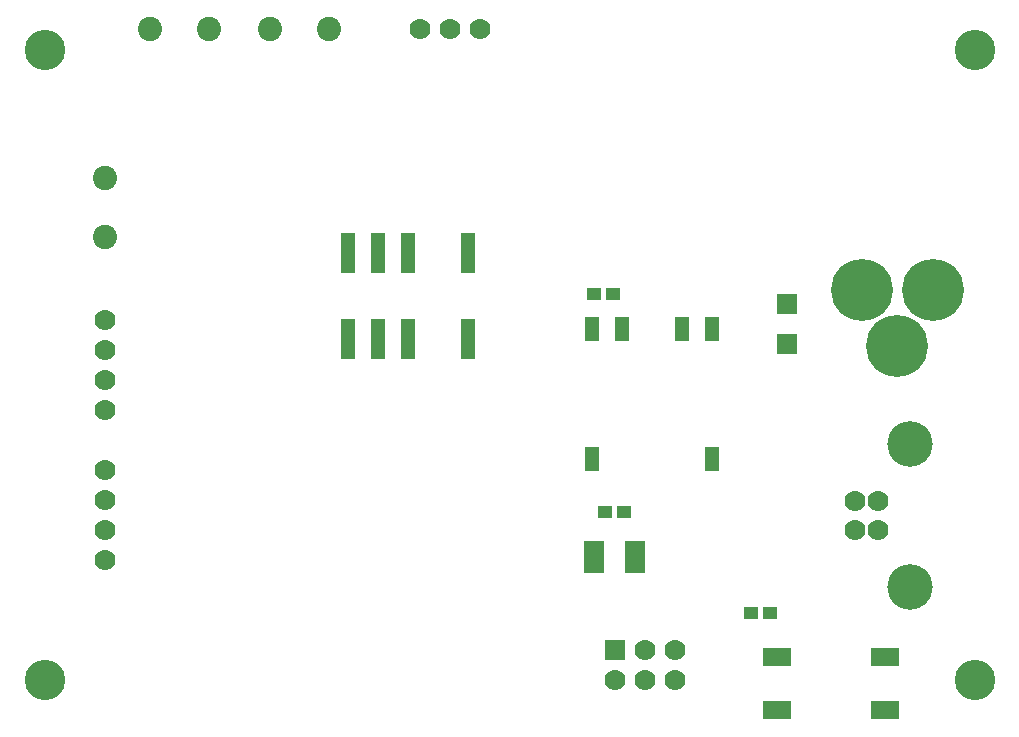
<source format=gbs>
*
*
G04 PADS 9.3.1 Build Number: 456998 generated Gerber (RS-274-X) file*
G04 PC Version=2.1*
*
%IN "ShuttleBoxBehavior.pcb"*%
*
%MOIN*%
*
%FSLAX35Y35*%
*
*
*
*
G04 PC Standard Apertures*
*
*
G04 Thermal Relief Aperture macro.*
%AMTER*
1,1,$1,0,0*
1,0,$1-$2,0,0*
21,0,$3,$4,0,0,45*
21,0,$3,$4,0,0,135*
%
*
*
G04 Annular Aperture macro.*
%AMANN*
1,1,$1,0,0*
1,0,$2,0,0*
%
*
*
G04 Odd Aperture macro.*
%AMODD*
1,1,$1,0,0*
1,0,$1-0.005,0,0*
%
*
*
G04 PC Custom Aperture Macros*
*
*
*
*
*
*
G04 PC Aperture Table*
*
%ADD010C,0.001*%
%ADD042R,0.048X0.04*%
%ADD051C,0.07*%
%ADD053R,0.07X0.07*%
%ADD055C,0.15173*%
%ADD148R,0.09268X0.06118*%
%ADD172C,0.135*%
%ADD177C,0.20685*%
%ADD187C,0.08087*%
%ADD188R,0.04937X0.08087*%
%ADD189R,0.07X0.11*%
%ADD190R,0.04937X0.13441*%
*
*
*
*
G04 PC Circuitry*
G04 Layer Name ShuttleBoxBehavior.pcb - circuitry*
%LPD*%
*
*
G04 PC Custom Flashes*
G04 Layer Name ShuttleBoxBehavior.pcb - flashes*
%LPD*%
*
*
G04 PC Circuitry*
G04 Layer Name ShuttleBoxBehavior.pcb - circuitry*
%LPD*%
*
G54D10*
G54D42*
G01X261850Y42500D03*
X255650D03*
X209350Y148750D03*
X203150D03*
X206900Y76250D03*
X213100D03*
G54D51*
X230000Y20000D03*
Y30000D03*
X220000Y20000D03*
Y30000D03*
X210000Y20000D03*
X145000Y237000D03*
X155000D03*
X165000D03*
X290000Y70000D03*
Y79843D03*
X297874D03*
Y70000D03*
X40000Y110000D03*
Y120000D03*
Y130000D03*
Y140000D03*
Y60000D03*
Y70000D03*
Y80000D03*
Y90000D03*
G54D53*
X210000Y30000D03*
X267500Y145500D03*
Y132000D03*
G54D55*
X308504Y98622D03*
Y51220D03*
G54D148*
X264173Y27795D03*
X300000D03*
X264173Y10000D03*
X300000D03*
G54D172*
X20000Y230000D03*
X330000D03*
Y20000D03*
X20000D03*
G54D177*
X292500Y150000D03*
X316122D03*
X304311Y131496D03*
G54D187*
X40250Y187500D03*
Y167815D03*
X55000Y237000D03*
X74685D03*
X95000D03*
X114685D03*
G54D188*
X242500Y93750D03*
X202500D03*
X242500Y137136D03*
X232500D03*
X212500D03*
X202500D03*
G54D189*
X203250Y61250D03*
X216750D03*
G54D190*
X161250Y133750D03*
X141250D03*
X131250D03*
X121250D03*
Y162254D03*
X131250D03*
X141250D03*
X161250D03*
X0Y0D02*
M02*

</source>
